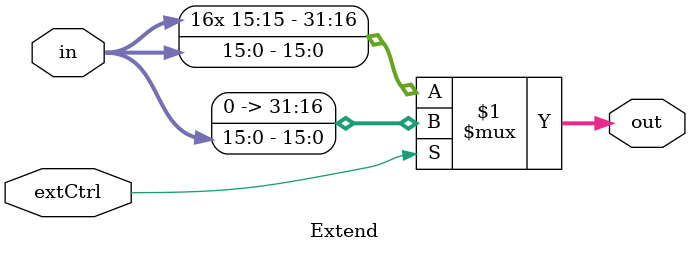
<source format=v>
`timescale 1ns / 1ps
module Extend(
    input [15:0] in,
    input extCtrl,
    output [31:0] out
    );
	
	assign out = extCtrl ? {{16{1'b0}}, in[15:0]} : {{16{in[15]}}, in[15:0]};


endmodule

</source>
